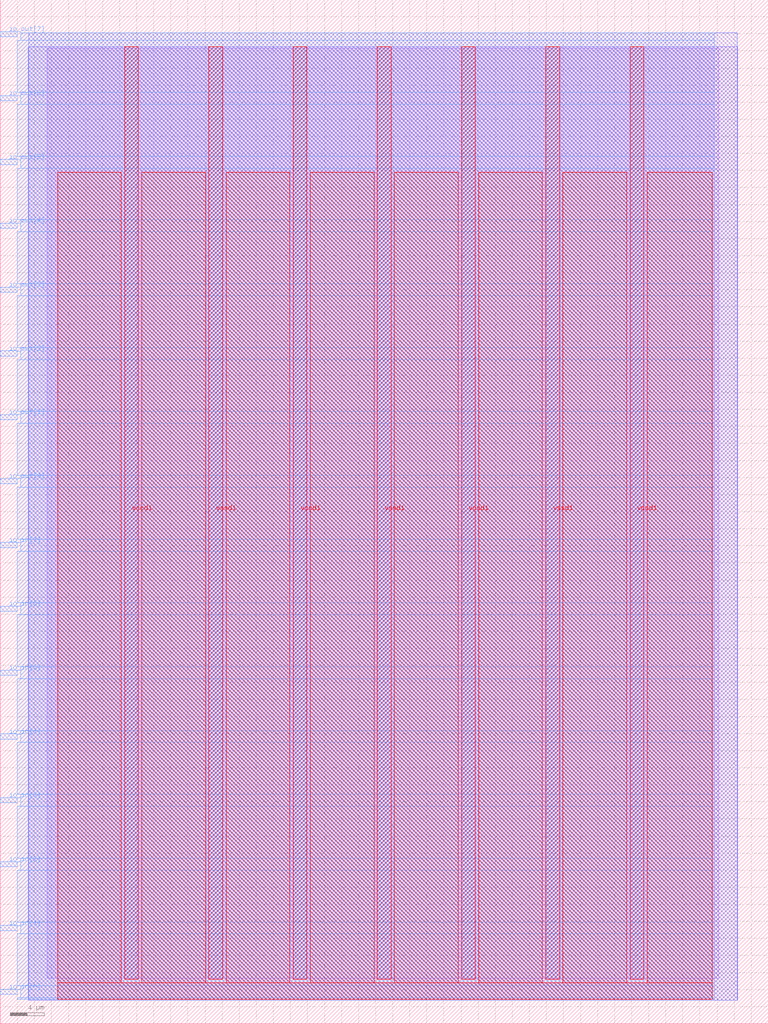
<source format=lef>
VERSION 5.7 ;
  NOWIREEXTENSIONATPIN ON ;
  DIVIDERCHAR "/" ;
  BUSBITCHARS "[]" ;
MACRO tholin_avalonsemi_tbb1143
  CLASS BLOCK ;
  FOREIGN tholin_avalonsemi_tbb1143 ;
  ORIGIN 0.000 0.000 ;
  SIZE 90.000 BY 120.000 ;
  PIN io_in[0]
    DIRECTION INPUT ;
    USE SIGNAL ;
    PORT
      LAYER met3 ;
        RECT 0.000 3.440 2.000 4.040 ;
    END
  END io_in[0]
  PIN io_in[1]
    DIRECTION INPUT ;
    USE SIGNAL ;
    PORT
      LAYER met3 ;
        RECT 0.000 10.920 2.000 11.520 ;
    END
  END io_in[1]
  PIN io_in[2]
    DIRECTION INPUT ;
    USE SIGNAL ;
    PORT
      LAYER met3 ;
        RECT 0.000 18.400 2.000 19.000 ;
    END
  END io_in[2]
  PIN io_in[3]
    DIRECTION INPUT ;
    USE SIGNAL ;
    PORT
      LAYER met3 ;
        RECT 0.000 25.880 2.000 26.480 ;
    END
  END io_in[3]
  PIN io_in[4]
    DIRECTION INPUT ;
    USE SIGNAL ;
    PORT
      LAYER met3 ;
        RECT 0.000 33.360 2.000 33.960 ;
    END
  END io_in[4]
  PIN io_in[5]
    DIRECTION INPUT ;
    USE SIGNAL ;
    PORT
      LAYER met3 ;
        RECT 0.000 40.840 2.000 41.440 ;
    END
  END io_in[5]
  PIN io_in[6]
    DIRECTION INPUT ;
    USE SIGNAL ;
    PORT
      LAYER met3 ;
        RECT 0.000 48.320 2.000 48.920 ;
    END
  END io_in[6]
  PIN io_in[7]
    DIRECTION INPUT ;
    USE SIGNAL ;
    PORT
      LAYER met3 ;
        RECT 0.000 55.800 2.000 56.400 ;
    END
  END io_in[7]
  PIN io_out[0]
    DIRECTION OUTPUT TRISTATE ;
    USE SIGNAL ;
    PORT
      LAYER met3 ;
        RECT 0.000 63.280 2.000 63.880 ;
    END
  END io_out[0]
  PIN io_out[1]
    DIRECTION OUTPUT TRISTATE ;
    USE SIGNAL ;
    PORT
      LAYER met3 ;
        RECT 0.000 70.760 2.000 71.360 ;
    END
  END io_out[1]
  PIN io_out[2]
    DIRECTION OUTPUT TRISTATE ;
    USE SIGNAL ;
    PORT
      LAYER met3 ;
        RECT 0.000 78.240 2.000 78.840 ;
    END
  END io_out[2]
  PIN io_out[3]
    DIRECTION OUTPUT TRISTATE ;
    USE SIGNAL ;
    PORT
      LAYER met3 ;
        RECT 0.000 85.720 2.000 86.320 ;
    END
  END io_out[3]
  PIN io_out[4]
    DIRECTION OUTPUT TRISTATE ;
    USE SIGNAL ;
    PORT
      LAYER met3 ;
        RECT 0.000 93.200 2.000 93.800 ;
    END
  END io_out[4]
  PIN io_out[5]
    DIRECTION OUTPUT TRISTATE ;
    USE SIGNAL ;
    PORT
      LAYER met3 ;
        RECT 0.000 100.680 2.000 101.280 ;
    END
  END io_out[5]
  PIN io_out[6]
    DIRECTION OUTPUT TRISTATE ;
    USE SIGNAL ;
    PORT
      LAYER met3 ;
        RECT 0.000 108.160 2.000 108.760 ;
    END
  END io_out[6]
  PIN io_out[7]
    DIRECTION OUTPUT TRISTATE ;
    USE SIGNAL ;
    PORT
      LAYER met3 ;
        RECT 0.000 115.640 2.000 116.240 ;
    END
  END io_out[7]
  PIN vccd1
    DIRECTION INOUT ;
    USE POWER ;
    PORT
      LAYER met4 ;
        RECT 14.590 5.200 16.190 114.480 ;
    END
    PORT
      LAYER met4 ;
        RECT 34.330 5.200 35.930 114.480 ;
    END
    PORT
      LAYER met4 ;
        RECT 54.070 5.200 55.670 114.480 ;
    END
    PORT
      LAYER met4 ;
        RECT 73.810 5.200 75.410 114.480 ;
    END
  END vccd1
  PIN vssd1
    DIRECTION INOUT ;
    USE GROUND ;
    PORT
      LAYER met4 ;
        RECT 24.460 5.200 26.060 114.480 ;
    END
    PORT
      LAYER met4 ;
        RECT 44.200 5.200 45.800 114.480 ;
    END
    PORT
      LAYER met4 ;
        RECT 63.940 5.200 65.540 114.480 ;
    END
  END vssd1
  OBS
      LAYER li1 ;
        RECT 5.520 5.355 84.180 114.325 ;
      LAYER met1 ;
        RECT 3.290 2.760 86.410 114.480 ;
      LAYER met2 ;
        RECT 3.320 2.730 86.380 116.125 ;
      LAYER met3 ;
        RECT 2.400 115.240 83.655 116.105 ;
        RECT 2.000 109.160 83.655 115.240 ;
        RECT 2.400 107.760 83.655 109.160 ;
        RECT 2.000 101.680 83.655 107.760 ;
        RECT 2.400 100.280 83.655 101.680 ;
        RECT 2.000 94.200 83.655 100.280 ;
        RECT 2.400 92.800 83.655 94.200 ;
        RECT 2.000 86.720 83.655 92.800 ;
        RECT 2.400 85.320 83.655 86.720 ;
        RECT 2.000 79.240 83.655 85.320 ;
        RECT 2.400 77.840 83.655 79.240 ;
        RECT 2.000 71.760 83.655 77.840 ;
        RECT 2.400 70.360 83.655 71.760 ;
        RECT 2.000 64.280 83.655 70.360 ;
        RECT 2.400 62.880 83.655 64.280 ;
        RECT 2.000 56.800 83.655 62.880 ;
        RECT 2.400 55.400 83.655 56.800 ;
        RECT 2.000 49.320 83.655 55.400 ;
        RECT 2.400 47.920 83.655 49.320 ;
        RECT 2.000 41.840 83.655 47.920 ;
        RECT 2.400 40.440 83.655 41.840 ;
        RECT 2.000 34.360 83.655 40.440 ;
        RECT 2.400 32.960 83.655 34.360 ;
        RECT 2.000 26.880 83.655 32.960 ;
        RECT 2.400 25.480 83.655 26.880 ;
        RECT 2.000 19.400 83.655 25.480 ;
        RECT 2.400 18.000 83.655 19.400 ;
        RECT 2.000 11.920 83.655 18.000 ;
        RECT 2.400 10.520 83.655 11.920 ;
        RECT 2.000 4.440 83.655 10.520 ;
        RECT 2.400 3.040 83.655 4.440 ;
        RECT 2.000 2.895 83.655 3.040 ;
      LAYER met4 ;
        RECT 6.735 4.800 14.190 99.785 ;
        RECT 16.590 4.800 24.060 99.785 ;
        RECT 26.460 4.800 33.930 99.785 ;
        RECT 36.330 4.800 43.800 99.785 ;
        RECT 46.200 4.800 53.670 99.785 ;
        RECT 56.070 4.800 63.540 99.785 ;
        RECT 65.940 4.800 73.410 99.785 ;
        RECT 75.810 4.800 83.425 99.785 ;
        RECT 6.735 2.895 83.425 4.800 ;
  END
END tholin_avalonsemi_tbb1143
END LIBRARY


</source>
